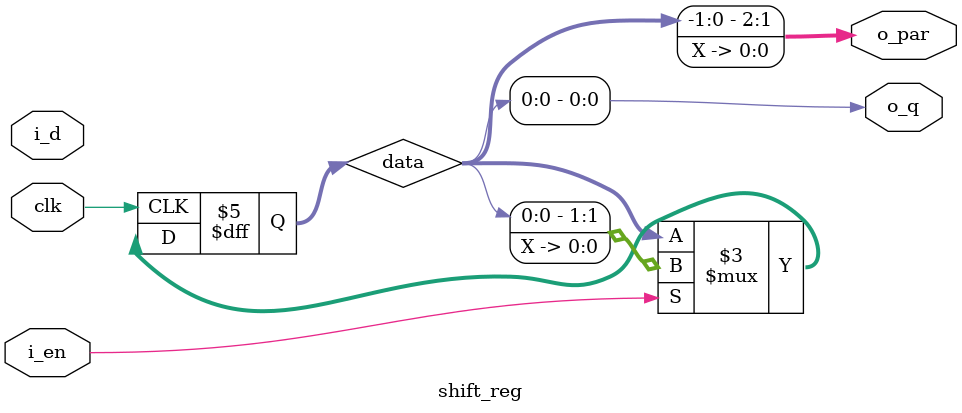
<source format=v>
module shift_reg
  #(parameter LEN = 0)
  (
   input wire 		 clk,
   input wire 		 i_en,
   input wire 		 i_d,
   output wire 		 o_q,
   output wire [LEN-2:0] o_par);

   parameter INIT = 0;

   reg [LEN-1:0] 	 data = INIT;
   assign o_q = data[0];
   assign o_par = data[LEN-1:1];
   always @(posedge clk)
     if (i_en)
       data <= {i_d, data[LEN-1:1]};
endmodule

</source>
